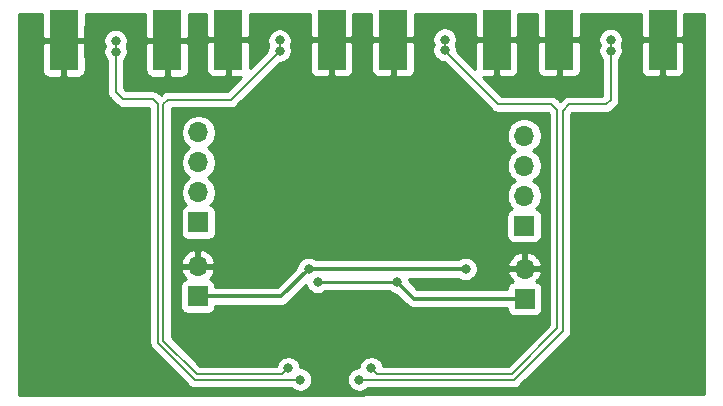
<source format=gbr>
%TF.GenerationSoftware,KiCad,Pcbnew,5.1.10-88a1d61d58~88~ubuntu18.04.1*%
%TF.CreationDate,2021-07-26T17:25:23+07:00*%
%TF.ProjectId,ADV728xM_EVAL_SMA-FFC_JETSON,41445637-3238-4784-9d5f-4556414c5f53,rev?*%
%TF.SameCoordinates,Original*%
%TF.FileFunction,Copper,L2,Bot*%
%TF.FilePolarity,Positive*%
%FSLAX46Y46*%
G04 Gerber Fmt 4.6, Leading zero omitted, Abs format (unit mm)*
G04 Created by KiCad (PCBNEW 5.1.10-88a1d61d58~88~ubuntu18.04.1) date 2021-07-26 17:25:23*
%MOMM*%
%LPD*%
G01*
G04 APERTURE LIST*
%TA.AperFunction,ComponentPad*%
%ADD10O,1.700000X1.700000*%
%TD*%
%TA.AperFunction,ComponentPad*%
%ADD11R,1.700000X1.700000*%
%TD*%
%TA.AperFunction,SMDPad,CuDef*%
%ADD12R,2.413000X5.080000*%
%TD*%
%TA.AperFunction,ViaPad*%
%ADD13C,0.800000*%
%TD*%
%TA.AperFunction,Conductor*%
%ADD14C,0.250000*%
%TD*%
%TA.AperFunction,Conductor*%
%ADD15C,0.350000*%
%TD*%
%TA.AperFunction,Conductor*%
%ADD16C,0.300000*%
%TD*%
%TA.AperFunction,Conductor*%
%ADD17C,0.200000*%
%TD*%
%TA.AperFunction,Conductor*%
%ADD18C,0.254000*%
%TD*%
%TA.AperFunction,Conductor*%
%ADD19C,0.100000*%
%TD*%
G04 APERTURE END LIST*
D10*
%TO.P,J6,4*%
%TO.N,/GPIO1_1V8*%
X175552100Y-89496900D03*
%TO.P,J6,3*%
%TO.N,/GPIO0_1V8*%
X175552100Y-92036900D03*
%TO.P,J6,2*%
%TO.N,/I2C_SCL*%
X175552100Y-94576900D03*
D11*
%TO.P,J6,1*%
%TO.N,/I2C_SDA*%
X175552100Y-97116900D03*
%TD*%
D12*
%TO.P,J3,S4*%
%TO.N,GND*%
X173228000Y-81368900D03*
%TO.P,J3,S3*%
X164465000Y-81368900D03*
%TD*%
%TO.P,J4,S4*%
%TO.N,GND*%
X187274200Y-81368900D03*
%TO.P,J4,S3*%
X178511200Y-81368900D03*
%TD*%
%TO.P,J1,S4*%
%TO.N,GND*%
X145338800Y-81419700D03*
%TO.P,J1,S3*%
X136575800Y-81419700D03*
%TD*%
%TO.P,J2,S4*%
%TO.N,GND*%
X159258000Y-81368900D03*
%TO.P,J2,S3*%
X150495000Y-81368900D03*
%TD*%
D11*
%TO.P,J5,1*%
%TO.N,/I2C_SDA_3V3*%
X147980400Y-96850200D03*
D10*
%TO.P,J5,2*%
%TO.N,/I2C_SCL_3V3*%
X147980400Y-94310200D03*
%TO.P,J5,3*%
%TO.N,/GPIO0_3V3*%
X147980400Y-91770200D03*
%TO.P,J5,4*%
%TO.N,/GPIO1_3V3*%
X147980400Y-89230200D03*
%TD*%
D11*
%TO.P,J8,1*%
%TO.N,+1V8*%
X175590200Y-103289100D03*
D10*
%TO.P,J8,2*%
%TO.N,GND*%
X175590200Y-100749100D03*
%TD*%
%TO.P,J7,2*%
%TO.N,GND*%
X147929600Y-100558600D03*
D11*
%TO.P,J7,1*%
%TO.N,+3V3*%
X147929600Y-103098600D03*
%TD*%
D13*
%TO.N,+3V3*%
X157302200Y-100787200D03*
X170599100Y-100787200D03*
%TO.N,+1V8*%
X164820600Y-101917500D03*
X158064200Y-101879400D03*
%TO.N,/D0_P*%
X140970000Y-81470500D03*
X156591000Y-110147000D03*
X140970000Y-82384900D03*
%TO.N,/D0_N*%
X154851100Y-81432400D03*
X155587700Y-109194500D03*
X154851100Y-82308700D03*
%TO.N,/CLK_P*%
X168833800Y-81368900D03*
X162598100Y-109194500D03*
X168833800Y-82245200D03*
%TO.N,/CLK_N*%
X182880000Y-81394300D03*
X161594800Y-110147000D03*
X182880000Y-82296000D03*
%TD*%
D14*
%TO.N,+3V3*%
X157327600Y-100761800D02*
X157302200Y-100787200D01*
D15*
X157302200Y-100787200D02*
X170624500Y-100787200D01*
X154990800Y-103098600D02*
X157302200Y-100787200D01*
X147929600Y-103098600D02*
X154990800Y-103098600D01*
D14*
%TO.N,GND*%
X175285400Y-100787200D02*
X175298100Y-100799900D01*
D16*
%TO.N,+1V8*%
X164807900Y-101917500D02*
X164807900Y-101917500D01*
X166192200Y-103289100D02*
X164820600Y-101917500D01*
X175590200Y-103289100D02*
X166192200Y-103289100D01*
D14*
X164820600Y-101917500D02*
X158165800Y-101917500D01*
D17*
%TO.N,/D0_P*%
X140970000Y-85801200D02*
X141579600Y-86410800D01*
X140970000Y-81470500D02*
X140970000Y-82384900D01*
X144567700Y-86833500D02*
X144567700Y-107052600D01*
X141579600Y-86410800D02*
X144145000Y-86410800D01*
X147662200Y-110147100D02*
X156591000Y-110147100D01*
X144567700Y-107052600D02*
X147662200Y-110147100D01*
X144145000Y-86410800D02*
X144567700Y-86833500D01*
X140970000Y-82384900D02*
X140970000Y-85801200D01*
%TO.N,/D0_N*%
X155085200Y-109697100D02*
X155587700Y-109194600D01*
X147848600Y-109697100D02*
X155085200Y-109697100D01*
X145017700Y-106866200D02*
X147848600Y-109697100D01*
X154851100Y-81432400D02*
X154851100Y-82308700D01*
X150717250Y-86442550D02*
X145421350Y-86442550D01*
X145017700Y-86846200D02*
X145017700Y-106866200D01*
X154851100Y-82308700D02*
X150717250Y-86442550D01*
X145421350Y-86442550D02*
X145017700Y-86846200D01*
X154851100Y-82308700D02*
X154851100Y-82308700D01*
%TO.N,/CLK_P*%
X174502900Y-109697000D02*
X163100600Y-109697000D01*
X178375100Y-105824800D02*
X174502900Y-109697000D01*
X178375100Y-87363300D02*
X178375100Y-105824800D01*
X168833800Y-81368900D02*
X168833800Y-82245200D01*
X163100600Y-109697000D02*
X162598100Y-109194500D01*
X168833800Y-82334100D02*
X173342300Y-86842600D01*
X173342300Y-86842600D02*
X177854400Y-86842600D01*
X177854400Y-86842600D02*
X178375100Y-87363300D01*
X168833800Y-82245200D02*
X168833800Y-82334100D01*
%TO.N,/CLK_N*%
X174689300Y-110147000D02*
X161594800Y-110147000D01*
X178825100Y-106011200D02*
X174689300Y-110147000D01*
X182880000Y-86487000D02*
X182511700Y-86855300D01*
X182880000Y-81394300D02*
X182880000Y-82296000D01*
X179342200Y-86855300D02*
X178825100Y-87372400D01*
X182511700Y-86855300D02*
X179342200Y-86855300D01*
X178825100Y-87372400D02*
X178825100Y-106011200D01*
X182880000Y-82296000D02*
X182880000Y-86487000D01*
%TD*%
D18*
%TO.N,GND*%
X134731610Y-79159824D02*
X134734300Y-81133950D01*
X134893050Y-81292700D01*
X136448800Y-81292700D01*
X136448800Y-81272700D01*
X136702800Y-81272700D01*
X136702800Y-81292700D01*
X138258550Y-81292700D01*
X138417300Y-81133950D01*
X138419988Y-79161403D01*
X143494615Y-79163575D01*
X143497300Y-81133950D01*
X143656050Y-81292700D01*
X145211800Y-81292700D01*
X145211800Y-81272700D01*
X145465800Y-81272700D01*
X145465800Y-81292700D01*
X147021550Y-81292700D01*
X147180300Y-81133950D01*
X147182983Y-79165154D01*
X148650887Y-79165783D01*
X148653500Y-81083150D01*
X148812250Y-81241900D01*
X150368000Y-81241900D01*
X150368000Y-81221900D01*
X150622000Y-81221900D01*
X150622000Y-81241900D01*
X152177750Y-81241900D01*
X152336500Y-81083150D01*
X152339111Y-79167361D01*
X157413892Y-79169534D01*
X157416500Y-81083150D01*
X157575250Y-81241900D01*
X159131000Y-81241900D01*
X159131000Y-81221900D01*
X159385000Y-81221900D01*
X159385000Y-81241900D01*
X160940750Y-81241900D01*
X161099500Y-81083150D01*
X161102106Y-79171113D01*
X162620895Y-79171763D01*
X162623500Y-81083150D01*
X162782250Y-81241900D01*
X164338000Y-81241900D01*
X164338000Y-81221900D01*
X164592000Y-81221900D01*
X164592000Y-81241900D01*
X166147750Y-81241900D01*
X166306500Y-81083150D01*
X166309103Y-79173342D01*
X171383900Y-79175514D01*
X171386500Y-81083150D01*
X171545250Y-81241900D01*
X173101000Y-81241900D01*
X173101000Y-81221900D01*
X173355000Y-81221900D01*
X173355000Y-81241900D01*
X174910750Y-81241900D01*
X175069500Y-81083150D01*
X175072097Y-79177093D01*
X176667103Y-79177776D01*
X176669700Y-81083150D01*
X176828450Y-81241900D01*
X178384200Y-81241900D01*
X178384200Y-81221900D01*
X178638200Y-81221900D01*
X178638200Y-81241900D01*
X180193950Y-81241900D01*
X180352700Y-81083150D01*
X180355294Y-79179354D01*
X185430109Y-79181527D01*
X185432700Y-81083150D01*
X185591450Y-81241900D01*
X187147200Y-81241900D01*
X187147200Y-81221900D01*
X187401200Y-81221900D01*
X187401200Y-81241900D01*
X188956950Y-81241900D01*
X189115700Y-81083150D01*
X189118289Y-79183105D01*
X190780050Y-79183817D01*
X190792251Y-111367547D01*
X132765400Y-111442053D01*
X132765400Y-83959700D01*
X134731228Y-83959700D01*
X134743488Y-84084182D01*
X134779798Y-84203880D01*
X134838763Y-84314194D01*
X134918115Y-84410885D01*
X135014806Y-84490237D01*
X135125120Y-84549202D01*
X135244818Y-84585512D01*
X135369300Y-84597772D01*
X136290050Y-84594700D01*
X136448800Y-84435950D01*
X136448800Y-81546700D01*
X136702800Y-81546700D01*
X136702800Y-84435950D01*
X136861550Y-84594700D01*
X137782300Y-84597772D01*
X137906782Y-84585512D01*
X138026480Y-84549202D01*
X138136794Y-84490237D01*
X138233485Y-84410885D01*
X138312837Y-84314194D01*
X138371802Y-84203880D01*
X138408112Y-84084182D01*
X138420372Y-83959700D01*
X138417300Y-81705450D01*
X138258550Y-81546700D01*
X136702800Y-81546700D01*
X136448800Y-81546700D01*
X134893050Y-81546700D01*
X134734300Y-81705450D01*
X134731228Y-83959700D01*
X132765400Y-83959700D01*
X132765400Y-81368561D01*
X139935000Y-81368561D01*
X139935000Y-81572439D01*
X139974774Y-81772398D01*
X140039103Y-81927700D01*
X139974774Y-82083002D01*
X139935000Y-82282961D01*
X139935000Y-82486839D01*
X139974774Y-82686798D01*
X140052795Y-82875156D01*
X140166063Y-83044674D01*
X140235000Y-83113611D01*
X140235001Y-85765085D01*
X140231444Y-85801200D01*
X140245635Y-85945285D01*
X140285494Y-86076680D01*
X140287664Y-86083833D01*
X140355914Y-86211520D01*
X140447763Y-86323438D01*
X140475808Y-86346454D01*
X141034346Y-86904993D01*
X141057362Y-86933038D01*
X141138206Y-86999385D01*
X141169280Y-87024887D01*
X141296966Y-87093137D01*
X141435515Y-87135165D01*
X141579600Y-87149356D01*
X141615705Y-87145800D01*
X143832700Y-87145800D01*
X143832701Y-107016485D01*
X143829144Y-107052600D01*
X143843335Y-107196685D01*
X143885364Y-107335233D01*
X143953614Y-107462920D01*
X144045463Y-107574838D01*
X144073508Y-107597854D01*
X147116946Y-110641293D01*
X147139962Y-110669338D01*
X147251880Y-110761187D01*
X147379567Y-110829437D01*
X147517785Y-110871365D01*
X147518115Y-110871465D01*
X147662200Y-110885656D01*
X147698305Y-110882100D01*
X155862389Y-110882100D01*
X155931226Y-110950937D01*
X156100744Y-111064205D01*
X156289102Y-111142226D01*
X156489061Y-111182000D01*
X156692939Y-111182000D01*
X156892898Y-111142226D01*
X157081256Y-111064205D01*
X157250774Y-110950937D01*
X157394937Y-110806774D01*
X157508205Y-110637256D01*
X157586226Y-110448898D01*
X157626000Y-110248939D01*
X157626000Y-110045061D01*
X160559800Y-110045061D01*
X160559800Y-110248939D01*
X160599574Y-110448898D01*
X160677595Y-110637256D01*
X160790863Y-110806774D01*
X160935026Y-110950937D01*
X161104544Y-111064205D01*
X161292902Y-111142226D01*
X161492861Y-111182000D01*
X161696739Y-111182000D01*
X161896698Y-111142226D01*
X162085056Y-111064205D01*
X162254574Y-110950937D01*
X162323511Y-110882000D01*
X174653195Y-110882000D01*
X174689300Y-110885556D01*
X174725405Y-110882000D01*
X174833385Y-110871365D01*
X174971933Y-110829337D01*
X175099620Y-110761087D01*
X175211538Y-110669238D01*
X175234559Y-110641187D01*
X179319293Y-106556454D01*
X179347338Y-106533438D01*
X179439187Y-106421520D01*
X179507437Y-106293833D01*
X179549465Y-106155285D01*
X179560100Y-106047305D01*
X179560100Y-106047296D01*
X179563655Y-106011201D01*
X179560100Y-105975106D01*
X179560100Y-87676846D01*
X179646647Y-87590300D01*
X182475595Y-87590300D01*
X182511700Y-87593856D01*
X182547805Y-87590300D01*
X182655785Y-87579665D01*
X182794333Y-87537637D01*
X182922020Y-87469387D01*
X183033938Y-87377538D01*
X183056959Y-87349487D01*
X183374187Y-87032259D01*
X183402238Y-87009238D01*
X183494087Y-86897320D01*
X183562337Y-86769633D01*
X183604365Y-86631085D01*
X183615000Y-86523105D01*
X183618556Y-86487000D01*
X183615000Y-86450895D01*
X183615000Y-83908900D01*
X185429628Y-83908900D01*
X185441888Y-84033382D01*
X185478198Y-84153080D01*
X185537163Y-84263394D01*
X185616515Y-84360085D01*
X185713206Y-84439437D01*
X185823520Y-84498402D01*
X185943218Y-84534712D01*
X186067700Y-84546972D01*
X186988450Y-84543900D01*
X187147200Y-84385150D01*
X187147200Y-81495900D01*
X187401200Y-81495900D01*
X187401200Y-84385150D01*
X187559950Y-84543900D01*
X188480700Y-84546972D01*
X188605182Y-84534712D01*
X188724880Y-84498402D01*
X188835194Y-84439437D01*
X188931885Y-84360085D01*
X189011237Y-84263394D01*
X189070202Y-84153080D01*
X189106512Y-84033382D01*
X189118772Y-83908900D01*
X189115700Y-81654650D01*
X188956950Y-81495900D01*
X187401200Y-81495900D01*
X187147200Y-81495900D01*
X185591450Y-81495900D01*
X185432700Y-81654650D01*
X185429628Y-83908900D01*
X183615000Y-83908900D01*
X183615000Y-83024711D01*
X183683937Y-82955774D01*
X183797205Y-82786256D01*
X183875226Y-82597898D01*
X183915000Y-82397939D01*
X183915000Y-82194061D01*
X183875226Y-81994102D01*
X183813528Y-81845150D01*
X183875226Y-81696198D01*
X183915000Y-81496239D01*
X183915000Y-81292361D01*
X183875226Y-81092402D01*
X183797205Y-80904044D01*
X183683937Y-80734526D01*
X183539774Y-80590363D01*
X183370256Y-80477095D01*
X183181898Y-80399074D01*
X182981939Y-80359300D01*
X182778061Y-80359300D01*
X182578102Y-80399074D01*
X182389744Y-80477095D01*
X182220226Y-80590363D01*
X182076063Y-80734526D01*
X181962795Y-80904044D01*
X181884774Y-81092402D01*
X181845000Y-81292361D01*
X181845000Y-81496239D01*
X181884774Y-81696198D01*
X181946472Y-81845150D01*
X181884774Y-81994102D01*
X181845000Y-82194061D01*
X181845000Y-82397939D01*
X181884774Y-82597898D01*
X181962795Y-82786256D01*
X182076063Y-82955774D01*
X182145000Y-83024711D01*
X182145001Y-86120300D01*
X179378305Y-86120300D01*
X179342200Y-86116744D01*
X179306095Y-86120300D01*
X179198115Y-86130935D01*
X179059567Y-86172963D01*
X178931880Y-86241213D01*
X178819962Y-86333062D01*
X178796946Y-86361107D01*
X178604650Y-86553403D01*
X178399658Y-86348412D01*
X178376638Y-86320362D01*
X178264720Y-86228513D01*
X178137033Y-86160263D01*
X177998485Y-86118235D01*
X177890505Y-86107600D01*
X177854400Y-86104044D01*
X177818295Y-86107600D01*
X173646747Y-86107600D01*
X172085904Y-84546757D01*
X172942250Y-84543900D01*
X173101000Y-84385150D01*
X173101000Y-81495900D01*
X173355000Y-81495900D01*
X173355000Y-84385150D01*
X173513750Y-84543900D01*
X174434500Y-84546972D01*
X174558982Y-84534712D01*
X174678680Y-84498402D01*
X174788994Y-84439437D01*
X174885685Y-84360085D01*
X174965037Y-84263394D01*
X175024002Y-84153080D01*
X175060312Y-84033382D01*
X175072572Y-83908900D01*
X176666628Y-83908900D01*
X176678888Y-84033382D01*
X176715198Y-84153080D01*
X176774163Y-84263394D01*
X176853515Y-84360085D01*
X176950206Y-84439437D01*
X177060520Y-84498402D01*
X177180218Y-84534712D01*
X177304700Y-84546972D01*
X178225450Y-84543900D01*
X178384200Y-84385150D01*
X178384200Y-81495900D01*
X178638200Y-81495900D01*
X178638200Y-84385150D01*
X178796950Y-84543900D01*
X179717700Y-84546972D01*
X179842182Y-84534712D01*
X179961880Y-84498402D01*
X180072194Y-84439437D01*
X180168885Y-84360085D01*
X180248237Y-84263394D01*
X180307202Y-84153080D01*
X180343512Y-84033382D01*
X180355772Y-83908900D01*
X180352700Y-81654650D01*
X180193950Y-81495900D01*
X178638200Y-81495900D01*
X178384200Y-81495900D01*
X176828450Y-81495900D01*
X176669700Y-81654650D01*
X176666628Y-83908900D01*
X175072572Y-83908900D01*
X175069500Y-81654650D01*
X174910750Y-81495900D01*
X173355000Y-81495900D01*
X173101000Y-81495900D01*
X171545250Y-81495900D01*
X171386500Y-81654650D01*
X171383516Y-83844369D01*
X169868800Y-82329654D01*
X169868800Y-82143261D01*
X169829026Y-81943302D01*
X169772588Y-81807050D01*
X169829026Y-81670798D01*
X169868800Y-81470839D01*
X169868800Y-81266961D01*
X169829026Y-81067002D01*
X169751005Y-80878644D01*
X169637737Y-80709126D01*
X169493574Y-80564963D01*
X169324056Y-80451695D01*
X169135698Y-80373674D01*
X168935739Y-80333900D01*
X168731861Y-80333900D01*
X168531902Y-80373674D01*
X168343544Y-80451695D01*
X168174026Y-80564963D01*
X168029863Y-80709126D01*
X167916595Y-80878644D01*
X167838574Y-81067002D01*
X167798800Y-81266961D01*
X167798800Y-81470839D01*
X167838574Y-81670798D01*
X167895012Y-81807050D01*
X167838574Y-81943302D01*
X167798800Y-82143261D01*
X167798800Y-82347139D01*
X167838574Y-82547098D01*
X167916595Y-82735456D01*
X168029863Y-82904974D01*
X168174026Y-83049137D01*
X168343544Y-83162405D01*
X168531902Y-83240426D01*
X168731861Y-83280200D01*
X168740454Y-83280200D01*
X172797046Y-87336793D01*
X172820062Y-87364838D01*
X172931980Y-87456687D01*
X173059667Y-87524937D01*
X173198215Y-87566965D01*
X173342300Y-87581156D01*
X173378405Y-87577600D01*
X177549954Y-87577600D01*
X177640100Y-87667747D01*
X177640101Y-105520352D01*
X174198454Y-108962000D01*
X163607130Y-108962000D01*
X163593326Y-108892602D01*
X163515305Y-108704244D01*
X163402037Y-108534726D01*
X163257874Y-108390563D01*
X163088356Y-108277295D01*
X162899998Y-108199274D01*
X162700039Y-108159500D01*
X162496161Y-108159500D01*
X162296202Y-108199274D01*
X162107844Y-108277295D01*
X161938326Y-108390563D01*
X161794163Y-108534726D01*
X161680895Y-108704244D01*
X161602874Y-108892602D01*
X161563100Y-109092561D01*
X161563100Y-109112000D01*
X161492861Y-109112000D01*
X161292902Y-109151774D01*
X161104544Y-109229795D01*
X160935026Y-109343063D01*
X160790863Y-109487226D01*
X160677595Y-109656744D01*
X160599574Y-109845102D01*
X160559800Y-110045061D01*
X157626000Y-110045061D01*
X157586226Y-109845102D01*
X157508205Y-109656744D01*
X157394937Y-109487226D01*
X157250774Y-109343063D01*
X157081256Y-109229795D01*
X156892898Y-109151774D01*
X156692939Y-109112000D01*
X156622700Y-109112000D01*
X156622700Y-109092561D01*
X156582926Y-108892602D01*
X156504905Y-108704244D01*
X156391637Y-108534726D01*
X156247474Y-108390563D01*
X156077956Y-108277295D01*
X155889598Y-108199274D01*
X155689639Y-108159500D01*
X155485761Y-108159500D01*
X155285802Y-108199274D01*
X155097444Y-108277295D01*
X154927926Y-108390563D01*
X154783763Y-108534726D01*
X154670495Y-108704244D01*
X154592474Y-108892602D01*
X154578650Y-108962100D01*
X148153047Y-108962100D01*
X145752700Y-106561754D01*
X145752700Y-102248600D01*
X146441528Y-102248600D01*
X146441528Y-103948600D01*
X146453788Y-104073082D01*
X146490098Y-104192780D01*
X146549063Y-104303094D01*
X146628415Y-104399785D01*
X146725106Y-104479137D01*
X146835420Y-104538102D01*
X146955118Y-104574412D01*
X147079600Y-104586672D01*
X148779600Y-104586672D01*
X148904082Y-104574412D01*
X149023780Y-104538102D01*
X149134094Y-104479137D01*
X149230785Y-104399785D01*
X149310137Y-104303094D01*
X149369102Y-104192780D01*
X149405412Y-104073082D01*
X149417672Y-103948600D01*
X149417672Y-103908600D01*
X154951012Y-103908600D01*
X154990800Y-103912519D01*
X155030588Y-103908600D01*
X155030591Y-103908600D01*
X155149588Y-103896880D01*
X155302273Y-103850563D01*
X155442989Y-103775349D01*
X155566328Y-103674128D01*
X155591699Y-103643213D01*
X157066426Y-102168487D01*
X157068974Y-102181298D01*
X157146995Y-102369656D01*
X157260263Y-102539174D01*
X157404426Y-102683337D01*
X157573944Y-102796605D01*
X157762302Y-102874626D01*
X157962261Y-102914400D01*
X158166139Y-102914400D01*
X158366098Y-102874626D01*
X158554456Y-102796605D01*
X158723974Y-102683337D01*
X158729811Y-102677500D01*
X164116889Y-102677500D01*
X164160826Y-102721437D01*
X164330344Y-102834705D01*
X164518702Y-102912726D01*
X164718661Y-102952500D01*
X164745443Y-102952500D01*
X165609858Y-103816916D01*
X165634436Y-103846864D01*
X165664384Y-103871442D01*
X165664387Y-103871445D01*
X165693759Y-103895550D01*
X165753967Y-103944962D01*
X165890340Y-104017854D01*
X166003872Y-104052294D01*
X166038312Y-104062741D01*
X166052690Y-104064157D01*
X166153639Y-104074100D01*
X166153646Y-104074100D01*
X166192199Y-104077897D01*
X166230752Y-104074100D01*
X174102128Y-104074100D01*
X174102128Y-104139100D01*
X174114388Y-104263582D01*
X174150698Y-104383280D01*
X174209663Y-104493594D01*
X174289015Y-104590285D01*
X174385706Y-104669637D01*
X174496020Y-104728602D01*
X174615718Y-104764912D01*
X174740200Y-104777172D01*
X176440200Y-104777172D01*
X176564682Y-104764912D01*
X176684380Y-104728602D01*
X176794694Y-104669637D01*
X176891385Y-104590285D01*
X176970737Y-104493594D01*
X177029702Y-104383280D01*
X177066012Y-104263582D01*
X177078272Y-104139100D01*
X177078272Y-102439100D01*
X177066012Y-102314618D01*
X177029702Y-102194920D01*
X176970737Y-102084606D01*
X176891385Y-101987915D01*
X176794694Y-101908563D01*
X176684380Y-101849598D01*
X176603734Y-101825134D01*
X176687788Y-101749369D01*
X176861841Y-101516020D01*
X176987025Y-101253199D01*
X177031676Y-101105990D01*
X176910355Y-100876100D01*
X175717200Y-100876100D01*
X175717200Y-100896100D01*
X175463200Y-100896100D01*
X175463200Y-100876100D01*
X174270045Y-100876100D01*
X174148724Y-101105990D01*
X174193375Y-101253199D01*
X174318559Y-101516020D01*
X174492612Y-101749369D01*
X174576666Y-101825134D01*
X174496020Y-101849598D01*
X174385706Y-101908563D01*
X174289015Y-101987915D01*
X174209663Y-102084606D01*
X174150698Y-102194920D01*
X174114388Y-102314618D01*
X174102128Y-102439100D01*
X174102128Y-102504100D01*
X166517358Y-102504100D01*
X165855600Y-101842343D01*
X165855600Y-101815561D01*
X165815826Y-101615602D01*
X165808204Y-101597200D01*
X169948400Y-101597200D01*
X170108844Y-101704405D01*
X170297202Y-101782426D01*
X170497161Y-101822200D01*
X170701039Y-101822200D01*
X170900998Y-101782426D01*
X171089356Y-101704405D01*
X171258874Y-101591137D01*
X171403037Y-101446974D01*
X171516305Y-101277456D01*
X171594326Y-101089098D01*
X171634100Y-100889139D01*
X171634100Y-100685261D01*
X171594326Y-100485302D01*
X171555766Y-100392210D01*
X174148724Y-100392210D01*
X174270045Y-100622100D01*
X175463200Y-100622100D01*
X175463200Y-99428286D01*
X175717200Y-99428286D01*
X175717200Y-100622100D01*
X176910355Y-100622100D01*
X177031676Y-100392210D01*
X176987025Y-100245001D01*
X176861841Y-99982180D01*
X176687788Y-99748831D01*
X176471555Y-99553922D01*
X176221452Y-99404943D01*
X175947091Y-99307619D01*
X175717200Y-99428286D01*
X175463200Y-99428286D01*
X175233309Y-99307619D01*
X174958948Y-99404943D01*
X174708845Y-99553922D01*
X174492612Y-99748831D01*
X174318559Y-99982180D01*
X174193375Y-100245001D01*
X174148724Y-100392210D01*
X171555766Y-100392210D01*
X171516305Y-100296944D01*
X171403037Y-100127426D01*
X171258874Y-99983263D01*
X171089356Y-99869995D01*
X170900998Y-99791974D01*
X170701039Y-99752200D01*
X170497161Y-99752200D01*
X170297202Y-99791974D01*
X170108844Y-99869995D01*
X169948400Y-99977200D01*
X157952900Y-99977200D01*
X157792456Y-99869995D01*
X157604098Y-99791974D01*
X157404139Y-99752200D01*
X157200261Y-99752200D01*
X157000302Y-99791974D01*
X156811944Y-99869995D01*
X156642426Y-99983263D01*
X156498263Y-100127426D01*
X156384995Y-100296944D01*
X156306974Y-100485302D01*
X156269329Y-100674558D01*
X154655288Y-102288600D01*
X149417672Y-102288600D01*
X149417672Y-102248600D01*
X149405412Y-102124118D01*
X149369102Y-102004420D01*
X149310137Y-101894106D01*
X149230785Y-101797415D01*
X149134094Y-101718063D01*
X149023780Y-101659098D01*
X148943134Y-101634634D01*
X149027188Y-101558869D01*
X149201241Y-101325520D01*
X149326425Y-101062699D01*
X149371076Y-100915490D01*
X149249755Y-100685600D01*
X148056600Y-100685600D01*
X148056600Y-100705600D01*
X147802600Y-100705600D01*
X147802600Y-100685600D01*
X146609445Y-100685600D01*
X146488124Y-100915490D01*
X146532775Y-101062699D01*
X146657959Y-101325520D01*
X146832012Y-101558869D01*
X146916066Y-101634634D01*
X146835420Y-101659098D01*
X146725106Y-101718063D01*
X146628415Y-101797415D01*
X146549063Y-101894106D01*
X146490098Y-102004420D01*
X146453788Y-102124118D01*
X146441528Y-102248600D01*
X145752700Y-102248600D01*
X145752700Y-100201710D01*
X146488124Y-100201710D01*
X146609445Y-100431600D01*
X147802600Y-100431600D01*
X147802600Y-99237786D01*
X148056600Y-99237786D01*
X148056600Y-100431600D01*
X149249755Y-100431600D01*
X149371076Y-100201710D01*
X149326425Y-100054501D01*
X149201241Y-99791680D01*
X149027188Y-99558331D01*
X148810955Y-99363422D01*
X148560852Y-99214443D01*
X148286491Y-99117119D01*
X148056600Y-99237786D01*
X147802600Y-99237786D01*
X147572709Y-99117119D01*
X147298348Y-99214443D01*
X147048245Y-99363422D01*
X146832012Y-99558331D01*
X146657959Y-99791680D01*
X146532775Y-100054501D01*
X146488124Y-100201710D01*
X145752700Y-100201710D01*
X145752700Y-96000200D01*
X146492328Y-96000200D01*
X146492328Y-97700200D01*
X146504588Y-97824682D01*
X146540898Y-97944380D01*
X146599863Y-98054694D01*
X146679215Y-98151385D01*
X146775906Y-98230737D01*
X146886220Y-98289702D01*
X147005918Y-98326012D01*
X147130400Y-98338272D01*
X148830400Y-98338272D01*
X148954882Y-98326012D01*
X149074580Y-98289702D01*
X149184894Y-98230737D01*
X149281585Y-98151385D01*
X149360937Y-98054694D01*
X149419902Y-97944380D01*
X149456212Y-97824682D01*
X149468472Y-97700200D01*
X149468472Y-96266900D01*
X174064028Y-96266900D01*
X174064028Y-97966900D01*
X174076288Y-98091382D01*
X174112598Y-98211080D01*
X174171563Y-98321394D01*
X174250915Y-98418085D01*
X174347606Y-98497437D01*
X174457920Y-98556402D01*
X174577618Y-98592712D01*
X174702100Y-98604972D01*
X176402100Y-98604972D01*
X176526582Y-98592712D01*
X176646280Y-98556402D01*
X176756594Y-98497437D01*
X176853285Y-98418085D01*
X176932637Y-98321394D01*
X176991602Y-98211080D01*
X177027912Y-98091382D01*
X177040172Y-97966900D01*
X177040172Y-96266900D01*
X177027912Y-96142418D01*
X176991602Y-96022720D01*
X176932637Y-95912406D01*
X176853285Y-95815715D01*
X176756594Y-95736363D01*
X176646280Y-95677398D01*
X176573720Y-95655387D01*
X176705575Y-95523532D01*
X176868090Y-95280311D01*
X176980032Y-95010058D01*
X177037100Y-94723160D01*
X177037100Y-94430640D01*
X176980032Y-94143742D01*
X176868090Y-93873489D01*
X176705575Y-93630268D01*
X176498732Y-93423425D01*
X176324340Y-93306900D01*
X176498732Y-93190375D01*
X176705575Y-92983532D01*
X176868090Y-92740311D01*
X176980032Y-92470058D01*
X177037100Y-92183160D01*
X177037100Y-91890640D01*
X176980032Y-91603742D01*
X176868090Y-91333489D01*
X176705575Y-91090268D01*
X176498732Y-90883425D01*
X176324340Y-90766900D01*
X176498732Y-90650375D01*
X176705575Y-90443532D01*
X176868090Y-90200311D01*
X176980032Y-89930058D01*
X177037100Y-89643160D01*
X177037100Y-89350640D01*
X176980032Y-89063742D01*
X176868090Y-88793489D01*
X176705575Y-88550268D01*
X176498732Y-88343425D01*
X176255511Y-88180910D01*
X175985258Y-88068968D01*
X175698360Y-88011900D01*
X175405840Y-88011900D01*
X175118942Y-88068968D01*
X174848689Y-88180910D01*
X174605468Y-88343425D01*
X174398625Y-88550268D01*
X174236110Y-88793489D01*
X174124168Y-89063742D01*
X174067100Y-89350640D01*
X174067100Y-89643160D01*
X174124168Y-89930058D01*
X174236110Y-90200311D01*
X174398625Y-90443532D01*
X174605468Y-90650375D01*
X174779860Y-90766900D01*
X174605468Y-90883425D01*
X174398625Y-91090268D01*
X174236110Y-91333489D01*
X174124168Y-91603742D01*
X174067100Y-91890640D01*
X174067100Y-92183160D01*
X174124168Y-92470058D01*
X174236110Y-92740311D01*
X174398625Y-92983532D01*
X174605468Y-93190375D01*
X174779860Y-93306900D01*
X174605468Y-93423425D01*
X174398625Y-93630268D01*
X174236110Y-93873489D01*
X174124168Y-94143742D01*
X174067100Y-94430640D01*
X174067100Y-94723160D01*
X174124168Y-95010058D01*
X174236110Y-95280311D01*
X174398625Y-95523532D01*
X174530480Y-95655387D01*
X174457920Y-95677398D01*
X174347606Y-95736363D01*
X174250915Y-95815715D01*
X174171563Y-95912406D01*
X174112598Y-96022720D01*
X174076288Y-96142418D01*
X174064028Y-96266900D01*
X149468472Y-96266900D01*
X149468472Y-96000200D01*
X149456212Y-95875718D01*
X149419902Y-95756020D01*
X149360937Y-95645706D01*
X149281585Y-95549015D01*
X149184894Y-95469663D01*
X149074580Y-95410698D01*
X149002020Y-95388687D01*
X149133875Y-95256832D01*
X149296390Y-95013611D01*
X149408332Y-94743358D01*
X149465400Y-94456460D01*
X149465400Y-94163940D01*
X149408332Y-93877042D01*
X149296390Y-93606789D01*
X149133875Y-93363568D01*
X148927032Y-93156725D01*
X148752640Y-93040200D01*
X148927032Y-92923675D01*
X149133875Y-92716832D01*
X149296390Y-92473611D01*
X149408332Y-92203358D01*
X149465400Y-91916460D01*
X149465400Y-91623940D01*
X149408332Y-91337042D01*
X149296390Y-91066789D01*
X149133875Y-90823568D01*
X148927032Y-90616725D01*
X148752640Y-90500200D01*
X148927032Y-90383675D01*
X149133875Y-90176832D01*
X149296390Y-89933611D01*
X149408332Y-89663358D01*
X149465400Y-89376460D01*
X149465400Y-89083940D01*
X149408332Y-88797042D01*
X149296390Y-88526789D01*
X149133875Y-88283568D01*
X148927032Y-88076725D01*
X148683811Y-87914210D01*
X148413558Y-87802268D01*
X148126660Y-87745200D01*
X147834140Y-87745200D01*
X147547242Y-87802268D01*
X147276989Y-87914210D01*
X147033768Y-88076725D01*
X146826925Y-88283568D01*
X146664410Y-88526789D01*
X146552468Y-88797042D01*
X146495400Y-89083940D01*
X146495400Y-89376460D01*
X146552468Y-89663358D01*
X146664410Y-89933611D01*
X146826925Y-90176832D01*
X147033768Y-90383675D01*
X147208160Y-90500200D01*
X147033768Y-90616725D01*
X146826925Y-90823568D01*
X146664410Y-91066789D01*
X146552468Y-91337042D01*
X146495400Y-91623940D01*
X146495400Y-91916460D01*
X146552468Y-92203358D01*
X146664410Y-92473611D01*
X146826925Y-92716832D01*
X147033768Y-92923675D01*
X147208160Y-93040200D01*
X147033768Y-93156725D01*
X146826925Y-93363568D01*
X146664410Y-93606789D01*
X146552468Y-93877042D01*
X146495400Y-94163940D01*
X146495400Y-94456460D01*
X146552468Y-94743358D01*
X146664410Y-95013611D01*
X146826925Y-95256832D01*
X146958780Y-95388687D01*
X146886220Y-95410698D01*
X146775906Y-95469663D01*
X146679215Y-95549015D01*
X146599863Y-95645706D01*
X146540898Y-95756020D01*
X146504588Y-95875718D01*
X146492328Y-96000200D01*
X145752700Y-96000200D01*
X145752700Y-87177550D01*
X150681145Y-87177550D01*
X150717250Y-87181106D01*
X150753355Y-87177550D01*
X150861335Y-87166915D01*
X150999883Y-87124887D01*
X151127570Y-87056637D01*
X151239488Y-86964788D01*
X151262509Y-86936737D01*
X154290346Y-83908900D01*
X157413428Y-83908900D01*
X157425688Y-84033382D01*
X157461998Y-84153080D01*
X157520963Y-84263394D01*
X157600315Y-84360085D01*
X157697006Y-84439437D01*
X157807320Y-84498402D01*
X157927018Y-84534712D01*
X158051500Y-84546972D01*
X158972250Y-84543900D01*
X159131000Y-84385150D01*
X159131000Y-81495900D01*
X159385000Y-81495900D01*
X159385000Y-84385150D01*
X159543750Y-84543900D01*
X160464500Y-84546972D01*
X160588982Y-84534712D01*
X160708680Y-84498402D01*
X160818994Y-84439437D01*
X160915685Y-84360085D01*
X160995037Y-84263394D01*
X161054002Y-84153080D01*
X161090312Y-84033382D01*
X161102572Y-83908900D01*
X162620428Y-83908900D01*
X162632688Y-84033382D01*
X162668998Y-84153080D01*
X162727963Y-84263394D01*
X162807315Y-84360085D01*
X162904006Y-84439437D01*
X163014320Y-84498402D01*
X163134018Y-84534712D01*
X163258500Y-84546972D01*
X164179250Y-84543900D01*
X164338000Y-84385150D01*
X164338000Y-81495900D01*
X164592000Y-81495900D01*
X164592000Y-84385150D01*
X164750750Y-84543900D01*
X165671500Y-84546972D01*
X165795982Y-84534712D01*
X165915680Y-84498402D01*
X166025994Y-84439437D01*
X166122685Y-84360085D01*
X166202037Y-84263394D01*
X166261002Y-84153080D01*
X166297312Y-84033382D01*
X166309572Y-83908900D01*
X166306500Y-81654650D01*
X166147750Y-81495900D01*
X164592000Y-81495900D01*
X164338000Y-81495900D01*
X162782250Y-81495900D01*
X162623500Y-81654650D01*
X162620428Y-83908900D01*
X161102572Y-83908900D01*
X161099500Y-81654650D01*
X160940750Y-81495900D01*
X159385000Y-81495900D01*
X159131000Y-81495900D01*
X157575250Y-81495900D01*
X157416500Y-81654650D01*
X157413428Y-83908900D01*
X154290346Y-83908900D01*
X154855547Y-83343700D01*
X154953039Y-83343700D01*
X155152998Y-83303926D01*
X155341356Y-83225905D01*
X155510874Y-83112637D01*
X155655037Y-82968474D01*
X155768305Y-82798956D01*
X155846326Y-82610598D01*
X155886100Y-82410639D01*
X155886100Y-82206761D01*
X155846326Y-82006802D01*
X155789888Y-81870550D01*
X155846326Y-81734298D01*
X155886100Y-81534339D01*
X155886100Y-81330461D01*
X155846326Y-81130502D01*
X155768305Y-80942144D01*
X155655037Y-80772626D01*
X155510874Y-80628463D01*
X155341356Y-80515195D01*
X155152998Y-80437174D01*
X154953039Y-80397400D01*
X154749161Y-80397400D01*
X154549202Y-80437174D01*
X154360844Y-80515195D01*
X154191326Y-80628463D01*
X154047163Y-80772626D01*
X153933895Y-80942144D01*
X153855874Y-81130502D01*
X153816100Y-81330461D01*
X153816100Y-81534339D01*
X153855874Y-81734298D01*
X153912312Y-81870550D01*
X153855874Y-82006802D01*
X153816100Y-82206761D01*
X153816100Y-82304253D01*
X152339398Y-83780956D01*
X152336500Y-81654650D01*
X152177750Y-81495900D01*
X150622000Y-81495900D01*
X150622000Y-84385150D01*
X150780750Y-84543900D01*
X151573808Y-84546546D01*
X150412804Y-85707550D01*
X145457444Y-85707550D01*
X145421349Y-85703995D01*
X145385254Y-85707550D01*
X145385245Y-85707550D01*
X145277265Y-85718185D01*
X145138717Y-85760213D01*
X145011030Y-85828463D01*
X144899112Y-85920312D01*
X144876091Y-85948363D01*
X144799050Y-86025404D01*
X144690259Y-85916613D01*
X144667238Y-85888562D01*
X144555320Y-85796713D01*
X144427633Y-85728463D01*
X144289085Y-85686435D01*
X144181105Y-85675800D01*
X144145000Y-85672244D01*
X144108895Y-85675800D01*
X141884047Y-85675800D01*
X141705000Y-85496754D01*
X141705000Y-83959700D01*
X143494228Y-83959700D01*
X143506488Y-84084182D01*
X143542798Y-84203880D01*
X143601763Y-84314194D01*
X143681115Y-84410885D01*
X143777806Y-84490237D01*
X143888120Y-84549202D01*
X144007818Y-84585512D01*
X144132300Y-84597772D01*
X145053050Y-84594700D01*
X145211800Y-84435950D01*
X145211800Y-81546700D01*
X145465800Y-81546700D01*
X145465800Y-84435950D01*
X145624550Y-84594700D01*
X146545300Y-84597772D01*
X146669782Y-84585512D01*
X146789480Y-84549202D01*
X146899794Y-84490237D01*
X146996485Y-84410885D01*
X147075837Y-84314194D01*
X147134802Y-84203880D01*
X147171112Y-84084182D01*
X147183372Y-83959700D01*
X147183303Y-83908900D01*
X148650428Y-83908900D01*
X148662688Y-84033382D01*
X148698998Y-84153080D01*
X148757963Y-84263394D01*
X148837315Y-84360085D01*
X148934006Y-84439437D01*
X149044320Y-84498402D01*
X149164018Y-84534712D01*
X149288500Y-84546972D01*
X150209250Y-84543900D01*
X150368000Y-84385150D01*
X150368000Y-81495900D01*
X148812250Y-81495900D01*
X148653500Y-81654650D01*
X148650428Y-83908900D01*
X147183303Y-83908900D01*
X147180300Y-81705450D01*
X147021550Y-81546700D01*
X145465800Y-81546700D01*
X145211800Y-81546700D01*
X143656050Y-81546700D01*
X143497300Y-81705450D01*
X143494228Y-83959700D01*
X141705000Y-83959700D01*
X141705000Y-83113611D01*
X141773937Y-83044674D01*
X141887205Y-82875156D01*
X141965226Y-82686798D01*
X142005000Y-82486839D01*
X142005000Y-82282961D01*
X141965226Y-82083002D01*
X141900897Y-81927700D01*
X141965226Y-81772398D01*
X142005000Y-81572439D01*
X142005000Y-81368561D01*
X141965226Y-81168602D01*
X141887205Y-80980244D01*
X141773937Y-80810726D01*
X141629774Y-80666563D01*
X141460256Y-80553295D01*
X141271898Y-80475274D01*
X141071939Y-80435500D01*
X140868061Y-80435500D01*
X140668102Y-80475274D01*
X140479744Y-80553295D01*
X140310226Y-80666563D01*
X140166063Y-80810726D01*
X140052795Y-80980244D01*
X139974774Y-81168602D01*
X139935000Y-81368561D01*
X132765400Y-81368561D01*
X132765400Y-79158983D01*
X134731610Y-79159824D01*
%TA.AperFunction,Conductor*%
D19*
G36*
X134731610Y-79159824D02*
G01*
X134734300Y-81133950D01*
X134893050Y-81292700D01*
X136448800Y-81292700D01*
X136448800Y-81272700D01*
X136702800Y-81272700D01*
X136702800Y-81292700D01*
X138258550Y-81292700D01*
X138417300Y-81133950D01*
X138419988Y-79161403D01*
X143494615Y-79163575D01*
X143497300Y-81133950D01*
X143656050Y-81292700D01*
X145211800Y-81292700D01*
X145211800Y-81272700D01*
X145465800Y-81272700D01*
X145465800Y-81292700D01*
X147021550Y-81292700D01*
X147180300Y-81133950D01*
X147182983Y-79165154D01*
X148650887Y-79165783D01*
X148653500Y-81083150D01*
X148812250Y-81241900D01*
X150368000Y-81241900D01*
X150368000Y-81221900D01*
X150622000Y-81221900D01*
X150622000Y-81241900D01*
X152177750Y-81241900D01*
X152336500Y-81083150D01*
X152339111Y-79167361D01*
X157413892Y-79169534D01*
X157416500Y-81083150D01*
X157575250Y-81241900D01*
X159131000Y-81241900D01*
X159131000Y-81221900D01*
X159385000Y-81221900D01*
X159385000Y-81241900D01*
X160940750Y-81241900D01*
X161099500Y-81083150D01*
X161102106Y-79171113D01*
X162620895Y-79171763D01*
X162623500Y-81083150D01*
X162782250Y-81241900D01*
X164338000Y-81241900D01*
X164338000Y-81221900D01*
X164592000Y-81221900D01*
X164592000Y-81241900D01*
X166147750Y-81241900D01*
X166306500Y-81083150D01*
X166309103Y-79173342D01*
X171383900Y-79175514D01*
X171386500Y-81083150D01*
X171545250Y-81241900D01*
X173101000Y-81241900D01*
X173101000Y-81221900D01*
X173355000Y-81221900D01*
X173355000Y-81241900D01*
X174910750Y-81241900D01*
X175069500Y-81083150D01*
X175072097Y-79177093D01*
X176667103Y-79177776D01*
X176669700Y-81083150D01*
X176828450Y-81241900D01*
X178384200Y-81241900D01*
X178384200Y-81221900D01*
X178638200Y-81221900D01*
X178638200Y-81241900D01*
X180193950Y-81241900D01*
X180352700Y-81083150D01*
X180355294Y-79179354D01*
X185430109Y-79181527D01*
X185432700Y-81083150D01*
X185591450Y-81241900D01*
X187147200Y-81241900D01*
X187147200Y-81221900D01*
X187401200Y-81221900D01*
X187401200Y-81241900D01*
X188956950Y-81241900D01*
X189115700Y-81083150D01*
X189118289Y-79183105D01*
X190780050Y-79183817D01*
X190792251Y-111367547D01*
X132765400Y-111442053D01*
X132765400Y-83959700D01*
X134731228Y-83959700D01*
X134743488Y-84084182D01*
X134779798Y-84203880D01*
X134838763Y-84314194D01*
X134918115Y-84410885D01*
X135014806Y-84490237D01*
X135125120Y-84549202D01*
X135244818Y-84585512D01*
X135369300Y-84597772D01*
X136290050Y-84594700D01*
X136448800Y-84435950D01*
X136448800Y-81546700D01*
X136702800Y-81546700D01*
X136702800Y-84435950D01*
X136861550Y-84594700D01*
X137782300Y-84597772D01*
X137906782Y-84585512D01*
X138026480Y-84549202D01*
X138136794Y-84490237D01*
X138233485Y-84410885D01*
X138312837Y-84314194D01*
X138371802Y-84203880D01*
X138408112Y-84084182D01*
X138420372Y-83959700D01*
X138417300Y-81705450D01*
X138258550Y-81546700D01*
X136702800Y-81546700D01*
X136448800Y-81546700D01*
X134893050Y-81546700D01*
X134734300Y-81705450D01*
X134731228Y-83959700D01*
X132765400Y-83959700D01*
X132765400Y-81368561D01*
X139935000Y-81368561D01*
X139935000Y-81572439D01*
X139974774Y-81772398D01*
X140039103Y-81927700D01*
X139974774Y-82083002D01*
X139935000Y-82282961D01*
X139935000Y-82486839D01*
X139974774Y-82686798D01*
X140052795Y-82875156D01*
X140166063Y-83044674D01*
X140235000Y-83113611D01*
X140235001Y-85765085D01*
X140231444Y-85801200D01*
X140245635Y-85945285D01*
X140285494Y-86076680D01*
X140287664Y-86083833D01*
X140355914Y-86211520D01*
X140447763Y-86323438D01*
X140475808Y-86346454D01*
X141034346Y-86904993D01*
X141057362Y-86933038D01*
X141138206Y-86999385D01*
X141169280Y-87024887D01*
X141296966Y-87093137D01*
X141435515Y-87135165D01*
X141579600Y-87149356D01*
X141615705Y-87145800D01*
X143832700Y-87145800D01*
X143832701Y-107016485D01*
X143829144Y-107052600D01*
X143843335Y-107196685D01*
X143885364Y-107335233D01*
X143953614Y-107462920D01*
X144045463Y-107574838D01*
X144073508Y-107597854D01*
X147116946Y-110641293D01*
X147139962Y-110669338D01*
X147251880Y-110761187D01*
X147379567Y-110829437D01*
X147517785Y-110871365D01*
X147518115Y-110871465D01*
X147662200Y-110885656D01*
X147698305Y-110882100D01*
X155862389Y-110882100D01*
X155931226Y-110950937D01*
X156100744Y-111064205D01*
X156289102Y-111142226D01*
X156489061Y-111182000D01*
X156692939Y-111182000D01*
X156892898Y-111142226D01*
X157081256Y-111064205D01*
X157250774Y-110950937D01*
X157394937Y-110806774D01*
X157508205Y-110637256D01*
X157586226Y-110448898D01*
X157626000Y-110248939D01*
X157626000Y-110045061D01*
X160559800Y-110045061D01*
X160559800Y-110248939D01*
X160599574Y-110448898D01*
X160677595Y-110637256D01*
X160790863Y-110806774D01*
X160935026Y-110950937D01*
X161104544Y-111064205D01*
X161292902Y-111142226D01*
X161492861Y-111182000D01*
X161696739Y-111182000D01*
X161896698Y-111142226D01*
X162085056Y-111064205D01*
X162254574Y-110950937D01*
X162323511Y-110882000D01*
X174653195Y-110882000D01*
X174689300Y-110885556D01*
X174725405Y-110882000D01*
X174833385Y-110871365D01*
X174971933Y-110829337D01*
X175099620Y-110761087D01*
X175211538Y-110669238D01*
X175234559Y-110641187D01*
X179319293Y-106556454D01*
X179347338Y-106533438D01*
X179439187Y-106421520D01*
X179507437Y-106293833D01*
X179549465Y-106155285D01*
X179560100Y-106047305D01*
X179560100Y-106047296D01*
X179563655Y-106011201D01*
X179560100Y-105975106D01*
X179560100Y-87676846D01*
X179646647Y-87590300D01*
X182475595Y-87590300D01*
X182511700Y-87593856D01*
X182547805Y-87590300D01*
X182655785Y-87579665D01*
X182794333Y-87537637D01*
X182922020Y-87469387D01*
X183033938Y-87377538D01*
X183056959Y-87349487D01*
X183374187Y-87032259D01*
X183402238Y-87009238D01*
X183494087Y-86897320D01*
X183562337Y-86769633D01*
X183604365Y-86631085D01*
X183615000Y-86523105D01*
X183618556Y-86487000D01*
X183615000Y-86450895D01*
X183615000Y-83908900D01*
X185429628Y-83908900D01*
X185441888Y-84033382D01*
X185478198Y-84153080D01*
X185537163Y-84263394D01*
X185616515Y-84360085D01*
X185713206Y-84439437D01*
X185823520Y-84498402D01*
X185943218Y-84534712D01*
X186067700Y-84546972D01*
X186988450Y-84543900D01*
X187147200Y-84385150D01*
X187147200Y-81495900D01*
X187401200Y-81495900D01*
X187401200Y-84385150D01*
X187559950Y-84543900D01*
X188480700Y-84546972D01*
X188605182Y-84534712D01*
X188724880Y-84498402D01*
X188835194Y-84439437D01*
X188931885Y-84360085D01*
X189011237Y-84263394D01*
X189070202Y-84153080D01*
X189106512Y-84033382D01*
X189118772Y-83908900D01*
X189115700Y-81654650D01*
X188956950Y-81495900D01*
X187401200Y-81495900D01*
X187147200Y-81495900D01*
X185591450Y-81495900D01*
X185432700Y-81654650D01*
X185429628Y-83908900D01*
X183615000Y-83908900D01*
X183615000Y-83024711D01*
X183683937Y-82955774D01*
X183797205Y-82786256D01*
X183875226Y-82597898D01*
X183915000Y-82397939D01*
X183915000Y-82194061D01*
X183875226Y-81994102D01*
X183813528Y-81845150D01*
X183875226Y-81696198D01*
X183915000Y-81496239D01*
X183915000Y-81292361D01*
X183875226Y-81092402D01*
X183797205Y-80904044D01*
X183683937Y-80734526D01*
X183539774Y-80590363D01*
X183370256Y-80477095D01*
X183181898Y-80399074D01*
X182981939Y-80359300D01*
X182778061Y-80359300D01*
X182578102Y-80399074D01*
X182389744Y-80477095D01*
X182220226Y-80590363D01*
X182076063Y-80734526D01*
X181962795Y-80904044D01*
X181884774Y-81092402D01*
X181845000Y-81292361D01*
X181845000Y-81496239D01*
X181884774Y-81696198D01*
X181946472Y-81845150D01*
X181884774Y-81994102D01*
X181845000Y-82194061D01*
X181845000Y-82397939D01*
X181884774Y-82597898D01*
X181962795Y-82786256D01*
X182076063Y-82955774D01*
X182145000Y-83024711D01*
X182145001Y-86120300D01*
X179378305Y-86120300D01*
X179342200Y-86116744D01*
X179306095Y-86120300D01*
X179198115Y-86130935D01*
X179059567Y-86172963D01*
X178931880Y-86241213D01*
X178819962Y-86333062D01*
X178796946Y-86361107D01*
X178604650Y-86553403D01*
X178399658Y-86348412D01*
X178376638Y-86320362D01*
X178264720Y-86228513D01*
X178137033Y-86160263D01*
X177998485Y-86118235D01*
X177890505Y-86107600D01*
X177854400Y-86104044D01*
X177818295Y-86107600D01*
X173646747Y-86107600D01*
X172085904Y-84546757D01*
X172942250Y-84543900D01*
X173101000Y-84385150D01*
X173101000Y-81495900D01*
X173355000Y-81495900D01*
X173355000Y-84385150D01*
X173513750Y-84543900D01*
X174434500Y-84546972D01*
X174558982Y-84534712D01*
X174678680Y-84498402D01*
X174788994Y-84439437D01*
X174885685Y-84360085D01*
X174965037Y-84263394D01*
X175024002Y-84153080D01*
X175060312Y-84033382D01*
X175072572Y-83908900D01*
X176666628Y-83908900D01*
X176678888Y-84033382D01*
X176715198Y-84153080D01*
X176774163Y-84263394D01*
X176853515Y-84360085D01*
X176950206Y-84439437D01*
X177060520Y-84498402D01*
X177180218Y-84534712D01*
X177304700Y-84546972D01*
X178225450Y-84543900D01*
X178384200Y-84385150D01*
X178384200Y-81495900D01*
X178638200Y-81495900D01*
X178638200Y-84385150D01*
X178796950Y-84543900D01*
X179717700Y-84546972D01*
X179842182Y-84534712D01*
X179961880Y-84498402D01*
X180072194Y-84439437D01*
X180168885Y-84360085D01*
X180248237Y-84263394D01*
X180307202Y-84153080D01*
X180343512Y-84033382D01*
X180355772Y-83908900D01*
X180352700Y-81654650D01*
X180193950Y-81495900D01*
X178638200Y-81495900D01*
X178384200Y-81495900D01*
X176828450Y-81495900D01*
X176669700Y-81654650D01*
X176666628Y-83908900D01*
X175072572Y-83908900D01*
X175069500Y-81654650D01*
X174910750Y-81495900D01*
X173355000Y-81495900D01*
X173101000Y-81495900D01*
X171545250Y-81495900D01*
X171386500Y-81654650D01*
X171383516Y-83844369D01*
X169868800Y-82329654D01*
X169868800Y-82143261D01*
X169829026Y-81943302D01*
X169772588Y-81807050D01*
X169829026Y-81670798D01*
X169868800Y-81470839D01*
X169868800Y-81266961D01*
X169829026Y-81067002D01*
X169751005Y-80878644D01*
X169637737Y-80709126D01*
X169493574Y-80564963D01*
X169324056Y-80451695D01*
X169135698Y-80373674D01*
X168935739Y-80333900D01*
X168731861Y-80333900D01*
X168531902Y-80373674D01*
X168343544Y-80451695D01*
X168174026Y-80564963D01*
X168029863Y-80709126D01*
X167916595Y-80878644D01*
X167838574Y-81067002D01*
X167798800Y-81266961D01*
X167798800Y-81470839D01*
X167838574Y-81670798D01*
X167895012Y-81807050D01*
X167838574Y-81943302D01*
X167798800Y-82143261D01*
X167798800Y-82347139D01*
X167838574Y-82547098D01*
X167916595Y-82735456D01*
X168029863Y-82904974D01*
X168174026Y-83049137D01*
X168343544Y-83162405D01*
X168531902Y-83240426D01*
X168731861Y-83280200D01*
X168740454Y-83280200D01*
X172797046Y-87336793D01*
X172820062Y-87364838D01*
X172931980Y-87456687D01*
X173059667Y-87524937D01*
X173198215Y-87566965D01*
X173342300Y-87581156D01*
X173378405Y-87577600D01*
X177549954Y-87577600D01*
X177640100Y-87667747D01*
X177640101Y-105520352D01*
X174198454Y-108962000D01*
X163607130Y-108962000D01*
X163593326Y-108892602D01*
X163515305Y-108704244D01*
X163402037Y-108534726D01*
X163257874Y-108390563D01*
X163088356Y-108277295D01*
X162899998Y-108199274D01*
X162700039Y-108159500D01*
X162496161Y-108159500D01*
X162296202Y-108199274D01*
X162107844Y-108277295D01*
X161938326Y-108390563D01*
X161794163Y-108534726D01*
X161680895Y-108704244D01*
X161602874Y-108892602D01*
X161563100Y-109092561D01*
X161563100Y-109112000D01*
X161492861Y-109112000D01*
X161292902Y-109151774D01*
X161104544Y-109229795D01*
X160935026Y-109343063D01*
X160790863Y-109487226D01*
X160677595Y-109656744D01*
X160599574Y-109845102D01*
X160559800Y-110045061D01*
X157626000Y-110045061D01*
X157586226Y-109845102D01*
X157508205Y-109656744D01*
X157394937Y-109487226D01*
X157250774Y-109343063D01*
X157081256Y-109229795D01*
X156892898Y-109151774D01*
X156692939Y-109112000D01*
X156622700Y-109112000D01*
X156622700Y-109092561D01*
X156582926Y-108892602D01*
X156504905Y-108704244D01*
X156391637Y-108534726D01*
X156247474Y-108390563D01*
X156077956Y-108277295D01*
X155889598Y-108199274D01*
X155689639Y-108159500D01*
X155485761Y-108159500D01*
X155285802Y-108199274D01*
X155097444Y-108277295D01*
X154927926Y-108390563D01*
X154783763Y-108534726D01*
X154670495Y-108704244D01*
X154592474Y-108892602D01*
X154578650Y-108962100D01*
X148153047Y-108962100D01*
X145752700Y-106561754D01*
X145752700Y-102248600D01*
X146441528Y-102248600D01*
X146441528Y-103948600D01*
X146453788Y-104073082D01*
X146490098Y-104192780D01*
X146549063Y-104303094D01*
X146628415Y-104399785D01*
X146725106Y-104479137D01*
X146835420Y-104538102D01*
X146955118Y-104574412D01*
X147079600Y-104586672D01*
X148779600Y-104586672D01*
X148904082Y-104574412D01*
X149023780Y-104538102D01*
X149134094Y-104479137D01*
X149230785Y-104399785D01*
X149310137Y-104303094D01*
X149369102Y-104192780D01*
X149405412Y-104073082D01*
X149417672Y-103948600D01*
X149417672Y-103908600D01*
X154951012Y-103908600D01*
X154990800Y-103912519D01*
X155030588Y-103908600D01*
X155030591Y-103908600D01*
X155149588Y-103896880D01*
X155302273Y-103850563D01*
X155442989Y-103775349D01*
X155566328Y-103674128D01*
X155591699Y-103643213D01*
X157066426Y-102168487D01*
X157068974Y-102181298D01*
X157146995Y-102369656D01*
X157260263Y-102539174D01*
X157404426Y-102683337D01*
X157573944Y-102796605D01*
X157762302Y-102874626D01*
X157962261Y-102914400D01*
X158166139Y-102914400D01*
X158366098Y-102874626D01*
X158554456Y-102796605D01*
X158723974Y-102683337D01*
X158729811Y-102677500D01*
X164116889Y-102677500D01*
X164160826Y-102721437D01*
X164330344Y-102834705D01*
X164518702Y-102912726D01*
X164718661Y-102952500D01*
X164745443Y-102952500D01*
X165609858Y-103816916D01*
X165634436Y-103846864D01*
X165664384Y-103871442D01*
X165664387Y-103871445D01*
X165693759Y-103895550D01*
X165753967Y-103944962D01*
X165890340Y-104017854D01*
X166003872Y-104052294D01*
X166038312Y-104062741D01*
X166052690Y-104064157D01*
X166153639Y-104074100D01*
X166153646Y-104074100D01*
X166192199Y-104077897D01*
X166230752Y-104074100D01*
X174102128Y-104074100D01*
X174102128Y-104139100D01*
X174114388Y-104263582D01*
X174150698Y-104383280D01*
X174209663Y-104493594D01*
X174289015Y-104590285D01*
X174385706Y-104669637D01*
X174496020Y-104728602D01*
X174615718Y-104764912D01*
X174740200Y-104777172D01*
X176440200Y-104777172D01*
X176564682Y-104764912D01*
X176684380Y-104728602D01*
X176794694Y-104669637D01*
X176891385Y-104590285D01*
X176970737Y-104493594D01*
X177029702Y-104383280D01*
X177066012Y-104263582D01*
X177078272Y-104139100D01*
X177078272Y-102439100D01*
X177066012Y-102314618D01*
X177029702Y-102194920D01*
X176970737Y-102084606D01*
X176891385Y-101987915D01*
X176794694Y-101908563D01*
X176684380Y-101849598D01*
X176603734Y-101825134D01*
X176687788Y-101749369D01*
X176861841Y-101516020D01*
X176987025Y-101253199D01*
X177031676Y-101105990D01*
X176910355Y-100876100D01*
X175717200Y-100876100D01*
X175717200Y-100896100D01*
X175463200Y-100896100D01*
X175463200Y-100876100D01*
X174270045Y-100876100D01*
X174148724Y-101105990D01*
X174193375Y-101253199D01*
X174318559Y-101516020D01*
X174492612Y-101749369D01*
X174576666Y-101825134D01*
X174496020Y-101849598D01*
X174385706Y-101908563D01*
X174289015Y-101987915D01*
X174209663Y-102084606D01*
X174150698Y-102194920D01*
X174114388Y-102314618D01*
X174102128Y-102439100D01*
X174102128Y-102504100D01*
X166517358Y-102504100D01*
X165855600Y-101842343D01*
X165855600Y-101815561D01*
X165815826Y-101615602D01*
X165808204Y-101597200D01*
X169948400Y-101597200D01*
X170108844Y-101704405D01*
X170297202Y-101782426D01*
X170497161Y-101822200D01*
X170701039Y-101822200D01*
X170900998Y-101782426D01*
X171089356Y-101704405D01*
X171258874Y-101591137D01*
X171403037Y-101446974D01*
X171516305Y-101277456D01*
X171594326Y-101089098D01*
X171634100Y-100889139D01*
X171634100Y-100685261D01*
X171594326Y-100485302D01*
X171555766Y-100392210D01*
X174148724Y-100392210D01*
X174270045Y-100622100D01*
X175463200Y-100622100D01*
X175463200Y-99428286D01*
X175717200Y-99428286D01*
X175717200Y-100622100D01*
X176910355Y-100622100D01*
X177031676Y-100392210D01*
X176987025Y-100245001D01*
X176861841Y-99982180D01*
X176687788Y-99748831D01*
X176471555Y-99553922D01*
X176221452Y-99404943D01*
X175947091Y-99307619D01*
X175717200Y-99428286D01*
X175463200Y-99428286D01*
X175233309Y-99307619D01*
X174958948Y-99404943D01*
X174708845Y-99553922D01*
X174492612Y-99748831D01*
X174318559Y-99982180D01*
X174193375Y-100245001D01*
X174148724Y-100392210D01*
X171555766Y-100392210D01*
X171516305Y-100296944D01*
X171403037Y-100127426D01*
X171258874Y-99983263D01*
X171089356Y-99869995D01*
X170900998Y-99791974D01*
X170701039Y-99752200D01*
X170497161Y-99752200D01*
X170297202Y-99791974D01*
X170108844Y-99869995D01*
X169948400Y-99977200D01*
X157952900Y-99977200D01*
X157792456Y-99869995D01*
X157604098Y-99791974D01*
X157404139Y-99752200D01*
X157200261Y-99752200D01*
X157000302Y-99791974D01*
X156811944Y-99869995D01*
X156642426Y-99983263D01*
X156498263Y-100127426D01*
X156384995Y-100296944D01*
X156306974Y-100485302D01*
X156269329Y-100674558D01*
X154655288Y-102288600D01*
X149417672Y-102288600D01*
X149417672Y-102248600D01*
X149405412Y-102124118D01*
X149369102Y-102004420D01*
X149310137Y-101894106D01*
X149230785Y-101797415D01*
X149134094Y-101718063D01*
X149023780Y-101659098D01*
X148943134Y-101634634D01*
X149027188Y-101558869D01*
X149201241Y-101325520D01*
X149326425Y-101062699D01*
X149371076Y-100915490D01*
X149249755Y-100685600D01*
X148056600Y-100685600D01*
X148056600Y-100705600D01*
X147802600Y-100705600D01*
X147802600Y-100685600D01*
X146609445Y-100685600D01*
X146488124Y-100915490D01*
X146532775Y-101062699D01*
X146657959Y-101325520D01*
X146832012Y-101558869D01*
X146916066Y-101634634D01*
X146835420Y-101659098D01*
X146725106Y-101718063D01*
X146628415Y-101797415D01*
X146549063Y-101894106D01*
X146490098Y-102004420D01*
X146453788Y-102124118D01*
X146441528Y-102248600D01*
X145752700Y-102248600D01*
X145752700Y-100201710D01*
X146488124Y-100201710D01*
X146609445Y-100431600D01*
X147802600Y-100431600D01*
X147802600Y-99237786D01*
X148056600Y-99237786D01*
X148056600Y-100431600D01*
X149249755Y-100431600D01*
X149371076Y-100201710D01*
X149326425Y-100054501D01*
X149201241Y-99791680D01*
X149027188Y-99558331D01*
X148810955Y-99363422D01*
X148560852Y-99214443D01*
X148286491Y-99117119D01*
X148056600Y-99237786D01*
X147802600Y-99237786D01*
X147572709Y-99117119D01*
X147298348Y-99214443D01*
X147048245Y-99363422D01*
X146832012Y-99558331D01*
X146657959Y-99791680D01*
X146532775Y-100054501D01*
X146488124Y-100201710D01*
X145752700Y-100201710D01*
X145752700Y-96000200D01*
X146492328Y-96000200D01*
X146492328Y-97700200D01*
X146504588Y-97824682D01*
X146540898Y-97944380D01*
X146599863Y-98054694D01*
X146679215Y-98151385D01*
X146775906Y-98230737D01*
X146886220Y-98289702D01*
X147005918Y-98326012D01*
X147130400Y-98338272D01*
X148830400Y-98338272D01*
X148954882Y-98326012D01*
X149074580Y-98289702D01*
X149184894Y-98230737D01*
X149281585Y-98151385D01*
X149360937Y-98054694D01*
X149419902Y-97944380D01*
X149456212Y-97824682D01*
X149468472Y-97700200D01*
X149468472Y-96266900D01*
X174064028Y-96266900D01*
X174064028Y-97966900D01*
X174076288Y-98091382D01*
X174112598Y-98211080D01*
X174171563Y-98321394D01*
X174250915Y-98418085D01*
X174347606Y-98497437D01*
X174457920Y-98556402D01*
X174577618Y-98592712D01*
X174702100Y-98604972D01*
X176402100Y-98604972D01*
X176526582Y-98592712D01*
X176646280Y-98556402D01*
X176756594Y-98497437D01*
X176853285Y-98418085D01*
X176932637Y-98321394D01*
X176991602Y-98211080D01*
X177027912Y-98091382D01*
X177040172Y-97966900D01*
X177040172Y-96266900D01*
X177027912Y-96142418D01*
X176991602Y-96022720D01*
X176932637Y-95912406D01*
X176853285Y-95815715D01*
X176756594Y-95736363D01*
X176646280Y-95677398D01*
X176573720Y-95655387D01*
X176705575Y-95523532D01*
X176868090Y-95280311D01*
X176980032Y-95010058D01*
X177037100Y-94723160D01*
X177037100Y-94430640D01*
X176980032Y-94143742D01*
X176868090Y-93873489D01*
X176705575Y-93630268D01*
X176498732Y-93423425D01*
X176324340Y-93306900D01*
X176498732Y-93190375D01*
X176705575Y-92983532D01*
X176868090Y-92740311D01*
X176980032Y-92470058D01*
X177037100Y-92183160D01*
X177037100Y-91890640D01*
X176980032Y-91603742D01*
X176868090Y-91333489D01*
X176705575Y-91090268D01*
X176498732Y-90883425D01*
X176324340Y-90766900D01*
X176498732Y-90650375D01*
X176705575Y-90443532D01*
X176868090Y-90200311D01*
X176980032Y-89930058D01*
X177037100Y-89643160D01*
X177037100Y-89350640D01*
X176980032Y-89063742D01*
X176868090Y-88793489D01*
X176705575Y-88550268D01*
X176498732Y-88343425D01*
X176255511Y-88180910D01*
X175985258Y-88068968D01*
X175698360Y-88011900D01*
X175405840Y-88011900D01*
X175118942Y-88068968D01*
X174848689Y-88180910D01*
X174605468Y-88343425D01*
X174398625Y-88550268D01*
X174236110Y-88793489D01*
X174124168Y-89063742D01*
X174067100Y-89350640D01*
X174067100Y-89643160D01*
X174124168Y-89930058D01*
X174236110Y-90200311D01*
X174398625Y-90443532D01*
X174605468Y-90650375D01*
X174779860Y-90766900D01*
X174605468Y-90883425D01*
X174398625Y-91090268D01*
X174236110Y-91333489D01*
X174124168Y-91603742D01*
X174067100Y-91890640D01*
X174067100Y-92183160D01*
X174124168Y-92470058D01*
X174236110Y-92740311D01*
X174398625Y-92983532D01*
X174605468Y-93190375D01*
X174779860Y-93306900D01*
X174605468Y-93423425D01*
X174398625Y-93630268D01*
X174236110Y-93873489D01*
X174124168Y-94143742D01*
X174067100Y-94430640D01*
X174067100Y-94723160D01*
X174124168Y-95010058D01*
X174236110Y-95280311D01*
X174398625Y-95523532D01*
X174530480Y-95655387D01*
X174457920Y-95677398D01*
X174347606Y-95736363D01*
X174250915Y-95815715D01*
X174171563Y-95912406D01*
X174112598Y-96022720D01*
X174076288Y-96142418D01*
X174064028Y-96266900D01*
X149468472Y-96266900D01*
X149468472Y-96000200D01*
X149456212Y-95875718D01*
X149419902Y-95756020D01*
X149360937Y-95645706D01*
X149281585Y-95549015D01*
X149184894Y-95469663D01*
X149074580Y-95410698D01*
X149002020Y-95388687D01*
X149133875Y-95256832D01*
X149296390Y-95013611D01*
X149408332Y-94743358D01*
X149465400Y-94456460D01*
X149465400Y-94163940D01*
X149408332Y-93877042D01*
X149296390Y-93606789D01*
X149133875Y-93363568D01*
X148927032Y-93156725D01*
X148752640Y-93040200D01*
X148927032Y-92923675D01*
X149133875Y-92716832D01*
X149296390Y-92473611D01*
X149408332Y-92203358D01*
X149465400Y-91916460D01*
X149465400Y-91623940D01*
X149408332Y-91337042D01*
X149296390Y-91066789D01*
X149133875Y-90823568D01*
X148927032Y-90616725D01*
X148752640Y-90500200D01*
X148927032Y-90383675D01*
X149133875Y-90176832D01*
X149296390Y-89933611D01*
X149408332Y-89663358D01*
X149465400Y-89376460D01*
X149465400Y-89083940D01*
X149408332Y-88797042D01*
X149296390Y-88526789D01*
X149133875Y-88283568D01*
X148927032Y-88076725D01*
X148683811Y-87914210D01*
X148413558Y-87802268D01*
X148126660Y-87745200D01*
X147834140Y-87745200D01*
X147547242Y-87802268D01*
X147276989Y-87914210D01*
X147033768Y-88076725D01*
X146826925Y-88283568D01*
X146664410Y-88526789D01*
X146552468Y-88797042D01*
X146495400Y-89083940D01*
X146495400Y-89376460D01*
X146552468Y-89663358D01*
X146664410Y-89933611D01*
X146826925Y-90176832D01*
X147033768Y-90383675D01*
X147208160Y-90500200D01*
X147033768Y-90616725D01*
X146826925Y-90823568D01*
X146664410Y-91066789D01*
X146552468Y-91337042D01*
X146495400Y-91623940D01*
X146495400Y-91916460D01*
X146552468Y-92203358D01*
X146664410Y-92473611D01*
X146826925Y-92716832D01*
X147033768Y-92923675D01*
X147208160Y-93040200D01*
X147033768Y-93156725D01*
X146826925Y-93363568D01*
X146664410Y-93606789D01*
X146552468Y-93877042D01*
X146495400Y-94163940D01*
X146495400Y-94456460D01*
X146552468Y-94743358D01*
X146664410Y-95013611D01*
X146826925Y-95256832D01*
X146958780Y-95388687D01*
X146886220Y-95410698D01*
X146775906Y-95469663D01*
X146679215Y-95549015D01*
X146599863Y-95645706D01*
X146540898Y-95756020D01*
X146504588Y-95875718D01*
X146492328Y-96000200D01*
X145752700Y-96000200D01*
X145752700Y-87177550D01*
X150681145Y-87177550D01*
X150717250Y-87181106D01*
X150753355Y-87177550D01*
X150861335Y-87166915D01*
X150999883Y-87124887D01*
X151127570Y-87056637D01*
X151239488Y-86964788D01*
X151262509Y-86936737D01*
X154290346Y-83908900D01*
X157413428Y-83908900D01*
X157425688Y-84033382D01*
X157461998Y-84153080D01*
X157520963Y-84263394D01*
X157600315Y-84360085D01*
X157697006Y-84439437D01*
X157807320Y-84498402D01*
X157927018Y-84534712D01*
X158051500Y-84546972D01*
X158972250Y-84543900D01*
X159131000Y-84385150D01*
X159131000Y-81495900D01*
X159385000Y-81495900D01*
X159385000Y-84385150D01*
X159543750Y-84543900D01*
X160464500Y-84546972D01*
X160588982Y-84534712D01*
X160708680Y-84498402D01*
X160818994Y-84439437D01*
X160915685Y-84360085D01*
X160995037Y-84263394D01*
X161054002Y-84153080D01*
X161090312Y-84033382D01*
X161102572Y-83908900D01*
X162620428Y-83908900D01*
X162632688Y-84033382D01*
X162668998Y-84153080D01*
X162727963Y-84263394D01*
X162807315Y-84360085D01*
X162904006Y-84439437D01*
X163014320Y-84498402D01*
X163134018Y-84534712D01*
X163258500Y-84546972D01*
X164179250Y-84543900D01*
X164338000Y-84385150D01*
X164338000Y-81495900D01*
X164592000Y-81495900D01*
X164592000Y-84385150D01*
X164750750Y-84543900D01*
X165671500Y-84546972D01*
X165795982Y-84534712D01*
X165915680Y-84498402D01*
X166025994Y-84439437D01*
X166122685Y-84360085D01*
X166202037Y-84263394D01*
X166261002Y-84153080D01*
X166297312Y-84033382D01*
X166309572Y-83908900D01*
X166306500Y-81654650D01*
X166147750Y-81495900D01*
X164592000Y-81495900D01*
X164338000Y-81495900D01*
X162782250Y-81495900D01*
X162623500Y-81654650D01*
X162620428Y-83908900D01*
X161102572Y-83908900D01*
X161099500Y-81654650D01*
X160940750Y-81495900D01*
X159385000Y-81495900D01*
X159131000Y-81495900D01*
X157575250Y-81495900D01*
X157416500Y-81654650D01*
X157413428Y-83908900D01*
X154290346Y-83908900D01*
X154855547Y-83343700D01*
X154953039Y-83343700D01*
X155152998Y-83303926D01*
X155341356Y-83225905D01*
X155510874Y-83112637D01*
X155655037Y-82968474D01*
X155768305Y-82798956D01*
X155846326Y-82610598D01*
X155886100Y-82410639D01*
X155886100Y-82206761D01*
X155846326Y-82006802D01*
X155789888Y-81870550D01*
X155846326Y-81734298D01*
X155886100Y-81534339D01*
X155886100Y-81330461D01*
X155846326Y-81130502D01*
X155768305Y-80942144D01*
X155655037Y-80772626D01*
X155510874Y-80628463D01*
X155341356Y-80515195D01*
X155152998Y-80437174D01*
X154953039Y-80397400D01*
X154749161Y-80397400D01*
X154549202Y-80437174D01*
X154360844Y-80515195D01*
X154191326Y-80628463D01*
X154047163Y-80772626D01*
X153933895Y-80942144D01*
X153855874Y-81130502D01*
X153816100Y-81330461D01*
X153816100Y-81534339D01*
X153855874Y-81734298D01*
X153912312Y-81870550D01*
X153855874Y-82006802D01*
X153816100Y-82206761D01*
X153816100Y-82304253D01*
X152339398Y-83780956D01*
X152336500Y-81654650D01*
X152177750Y-81495900D01*
X150622000Y-81495900D01*
X150622000Y-84385150D01*
X150780750Y-84543900D01*
X151573808Y-84546546D01*
X150412804Y-85707550D01*
X145457444Y-85707550D01*
X145421349Y-85703995D01*
X145385254Y-85707550D01*
X145385245Y-85707550D01*
X145277265Y-85718185D01*
X145138717Y-85760213D01*
X145011030Y-85828463D01*
X144899112Y-85920312D01*
X144876091Y-85948363D01*
X144799050Y-86025404D01*
X144690259Y-85916613D01*
X144667238Y-85888562D01*
X144555320Y-85796713D01*
X144427633Y-85728463D01*
X144289085Y-85686435D01*
X144181105Y-85675800D01*
X144145000Y-85672244D01*
X144108895Y-85675800D01*
X141884047Y-85675800D01*
X141705000Y-85496754D01*
X141705000Y-83959700D01*
X143494228Y-83959700D01*
X143506488Y-84084182D01*
X143542798Y-84203880D01*
X143601763Y-84314194D01*
X143681115Y-84410885D01*
X143777806Y-84490237D01*
X143888120Y-84549202D01*
X144007818Y-84585512D01*
X144132300Y-84597772D01*
X145053050Y-84594700D01*
X145211800Y-84435950D01*
X145211800Y-81546700D01*
X145465800Y-81546700D01*
X145465800Y-84435950D01*
X145624550Y-84594700D01*
X146545300Y-84597772D01*
X146669782Y-84585512D01*
X146789480Y-84549202D01*
X146899794Y-84490237D01*
X146996485Y-84410885D01*
X147075837Y-84314194D01*
X147134802Y-84203880D01*
X147171112Y-84084182D01*
X147183372Y-83959700D01*
X147183303Y-83908900D01*
X148650428Y-83908900D01*
X148662688Y-84033382D01*
X148698998Y-84153080D01*
X148757963Y-84263394D01*
X148837315Y-84360085D01*
X148934006Y-84439437D01*
X149044320Y-84498402D01*
X149164018Y-84534712D01*
X149288500Y-84546972D01*
X150209250Y-84543900D01*
X150368000Y-84385150D01*
X150368000Y-81495900D01*
X148812250Y-81495900D01*
X148653500Y-81654650D01*
X148650428Y-83908900D01*
X147183303Y-83908900D01*
X147180300Y-81705450D01*
X147021550Y-81546700D01*
X145465800Y-81546700D01*
X145211800Y-81546700D01*
X143656050Y-81546700D01*
X143497300Y-81705450D01*
X143494228Y-83959700D01*
X141705000Y-83959700D01*
X141705000Y-83113611D01*
X141773937Y-83044674D01*
X141887205Y-82875156D01*
X141965226Y-82686798D01*
X142005000Y-82486839D01*
X142005000Y-82282961D01*
X141965226Y-82083002D01*
X141900897Y-81927700D01*
X141965226Y-81772398D01*
X142005000Y-81572439D01*
X142005000Y-81368561D01*
X141965226Y-81168602D01*
X141887205Y-80980244D01*
X141773937Y-80810726D01*
X141629774Y-80666563D01*
X141460256Y-80553295D01*
X141271898Y-80475274D01*
X141071939Y-80435500D01*
X140868061Y-80435500D01*
X140668102Y-80475274D01*
X140479744Y-80553295D01*
X140310226Y-80666563D01*
X140166063Y-80810726D01*
X140052795Y-80980244D01*
X139974774Y-81168602D01*
X139935000Y-81368561D01*
X132765400Y-81368561D01*
X132765400Y-79158983D01*
X134731610Y-79159824D01*
G37*
%TD.AperFunction*%
%TD*%
M02*

</source>
